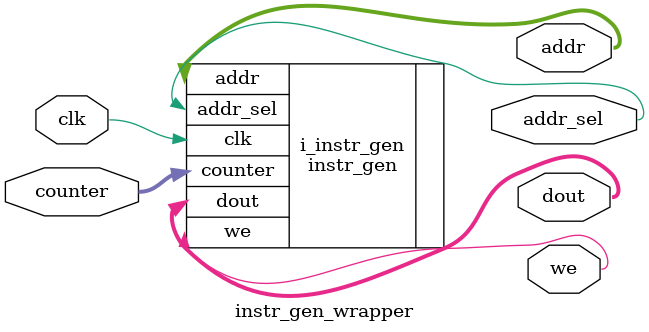
<source format=v>
module instr_gen_wrapper (
    input wire clk,
    input wire [31:0] counter,
    output wire addr_sel,
    output wire we,
    output wire [31:0] addr,
    output wire [31:0] dout
);
    instr_gen i_instr_gen (
        .clk(clk),
        .counter(counter),
        .addr_sel(addr_sel),
        .we(we),
        .addr(addr),
        .dout(dout)
    );
endmodule
</source>
